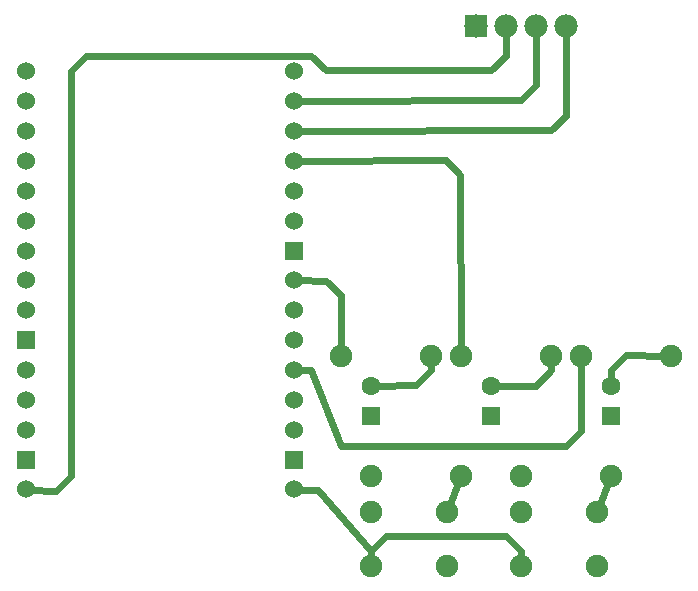
<source format=gtl>
G04 MADE WITH FRITZING*
G04 WWW.FRITZING.ORG*
G04 DOUBLE SIDED*
G04 HOLES PLATED*
G04 CONTOUR ON CENTER OF CONTOUR VECTOR*
%ASAXBY*%
%FSLAX23Y23*%
%MOIN*%
%OFA0B0*%
%SFA1.0B1.0*%
%ADD10C,0.075000*%
%ADD11C,0.062992*%
%ADD12C,0.060000*%
%ADD13C,0.078000*%
%ADD14R,0.062992X0.062992*%
%ADD15R,0.060014X0.060028*%
%ADD16R,0.060000X0.060028*%
%ADD17R,0.077986X0.077944*%
%ADD18C,0.024000*%
%LNCOPPER1*%
G90*
G70*
G54D10*
X2000Y57D03*
X1744Y57D03*
X2000Y235D03*
X1744Y235D03*
X1500Y57D03*
X1244Y57D03*
X1500Y235D03*
X1244Y235D03*
G54D11*
X2044Y557D03*
X2044Y656D03*
X1644Y557D03*
X1644Y656D03*
X1244Y557D03*
X1244Y656D03*
G54D10*
X1744Y357D03*
X2044Y357D03*
X1244Y357D03*
X1544Y357D03*
X1944Y757D03*
X2244Y757D03*
X1544Y757D03*
X1844Y757D03*
X1144Y757D03*
X1444Y757D03*
G54D12*
X94Y311D03*
X94Y410D03*
X94Y510D03*
X94Y610D03*
X94Y709D03*
X94Y809D03*
X94Y908D03*
X94Y1008D03*
X94Y1107D03*
X94Y1207D03*
X94Y1307D03*
X94Y1406D03*
X94Y1506D03*
X94Y1605D03*
X94Y1705D03*
X988Y1705D03*
X988Y1605D03*
X988Y1506D03*
X988Y1406D03*
X988Y1307D03*
X988Y1207D03*
X988Y1107D03*
X988Y1008D03*
X988Y908D03*
X988Y809D03*
X988Y709D03*
X988Y610D03*
X988Y510D03*
X988Y410D03*
X988Y311D03*
G54D13*
X1594Y1857D03*
X1694Y1857D03*
X1794Y1857D03*
X1894Y1857D03*
G54D14*
X2044Y557D03*
X1644Y557D03*
X1244Y557D03*
G54D15*
X94Y410D03*
X94Y809D03*
G54D16*
X988Y1107D03*
X988Y410D03*
G54D17*
X1594Y1857D03*
G54D18*
X1494Y1408D02*
X1543Y1359D01*
D02*
X1543Y1359D02*
X1544Y775D01*
D02*
X1002Y1406D02*
X1494Y1408D01*
D02*
X1070Y308D02*
X1245Y107D01*
D02*
X1245Y107D02*
X1245Y75D01*
D02*
X1002Y310D02*
X1070Y308D01*
D02*
X1744Y75D02*
X1744Y107D01*
D02*
X1294Y157D02*
X1245Y107D01*
D02*
X1695Y157D02*
X1294Y157D01*
D02*
X1245Y107D02*
X1245Y75D01*
D02*
X1744Y107D02*
X1695Y157D01*
D02*
X2227Y757D02*
X2095Y758D01*
D02*
X2044Y708D02*
X2044Y672D01*
D02*
X2095Y758D02*
X2044Y708D01*
D02*
X1260Y656D02*
X1395Y658D01*
D02*
X1445Y708D02*
X1445Y740D01*
D02*
X1395Y658D02*
X1445Y708D01*
D02*
X2039Y341D02*
X2006Y251D01*
D02*
X1539Y341D02*
X1506Y251D01*
D02*
X1844Y740D02*
X1844Y708D01*
D02*
X1795Y657D02*
X1660Y656D01*
D02*
X1844Y708D02*
X1795Y657D01*
D02*
X1002Y709D02*
X1045Y708D01*
D02*
X1895Y457D02*
X1945Y507D01*
D02*
X1144Y457D02*
X1895Y457D01*
D02*
X1945Y507D02*
X1944Y740D01*
D02*
X1045Y708D02*
X1144Y457D01*
D02*
X1144Y775D02*
X1145Y958D01*
D02*
X1145Y958D02*
X1094Y1007D01*
D02*
X1094Y1007D02*
X1002Y1008D01*
D02*
X1894Y1838D02*
X1894Y1557D01*
D02*
X1844Y1508D02*
X1002Y1506D01*
D02*
X1894Y1557D02*
X1844Y1508D01*
D02*
X1795Y1838D02*
X1795Y1658D01*
D02*
X1744Y1608D02*
X1002Y1605D01*
D02*
X1795Y1658D02*
X1744Y1608D01*
D02*
X1045Y1757D02*
X295Y1757D01*
D02*
X1695Y1838D02*
X1695Y1757D01*
D02*
X195Y307D02*
X108Y310D01*
D02*
X245Y357D02*
X195Y307D01*
D02*
X295Y1757D02*
X245Y1707D01*
D02*
X245Y1707D02*
X245Y357D01*
D02*
X1695Y1757D02*
X1645Y1708D01*
D02*
X1645Y1708D02*
X1095Y1708D01*
D02*
X1095Y1708D02*
X1045Y1757D01*
G04 End of Copper1*
M02*
</source>
